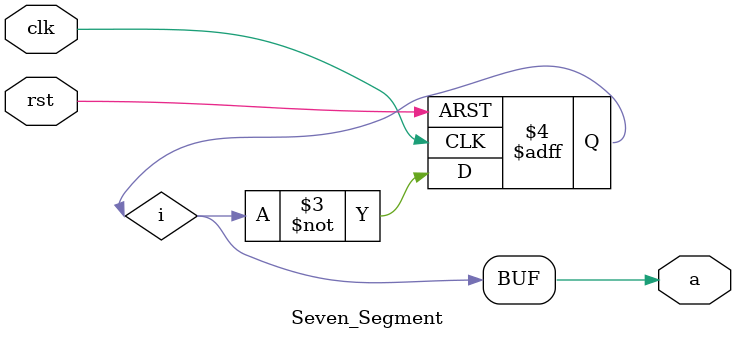
<source format=v>
module Seven_Segment(a, clk, rst);

reg i;
input clk, rst;
output a;

always @(posedge clk or negedge rst)
begin
	if (rst == 0)
	begin
		i <= 4'd0;
	end
	else
	begin
		i <= ~i;
	end
end

assign a = i;	

endmodule
</source>
